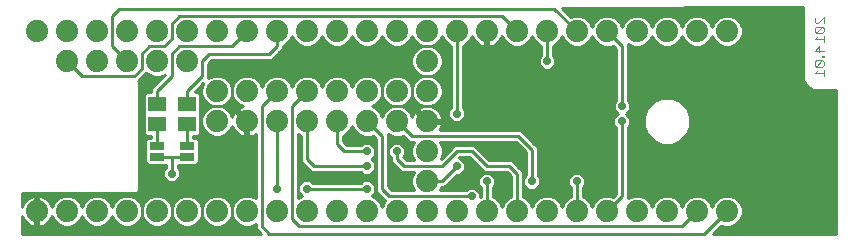
<source format=gbl>
G75*
%MOIN*%
%OFA0B0*%
%FSLAX24Y24*%
%IPPOS*%
%LPD*%
%AMOC8*
5,1,8,0,0,1.08239X$1,22.5*
%
%ADD10C,0.0040*%
%ADD11C,0.0740*%
%ADD12R,0.0591X0.0512*%
%ADD13R,0.0500X0.0250*%
%ADD14C,0.0100*%
%ADD15OC8,0.0270*%
%ADD16OC8,0.0250*%
%ADD17C,0.0200*%
D10*
X028093Y009147D02*
X028403Y009147D01*
X028403Y009044D02*
X028403Y009251D01*
X028351Y009366D02*
X028144Y009366D01*
X028351Y009573D01*
X028403Y009521D01*
X028403Y009418D01*
X028351Y009366D01*
X028196Y009251D02*
X028093Y009147D01*
X028144Y009366D02*
X028093Y009418D01*
X028093Y009521D01*
X028144Y009573D01*
X028351Y009573D01*
X028351Y009682D02*
X028403Y009682D01*
X028403Y009734D01*
X028351Y009734D01*
X028351Y009682D01*
X028248Y009850D02*
X028248Y010056D01*
X028093Y009901D01*
X028403Y009901D01*
X028403Y010172D02*
X028403Y010379D01*
X028403Y010275D02*
X028093Y010275D01*
X028196Y010379D01*
X028144Y010494D02*
X028351Y010701D01*
X028403Y010649D01*
X028403Y010546D01*
X028351Y010494D01*
X028144Y010494D01*
X028093Y010546D01*
X028093Y010649D01*
X028144Y010701D01*
X028351Y010701D01*
X028403Y010816D02*
X028403Y011023D01*
X028196Y010816D01*
X028144Y010816D01*
X028093Y010868D01*
X028093Y010972D01*
X028144Y011023D01*
D11*
X025173Y010543D03*
X024173Y010543D03*
X023173Y010543D03*
X022173Y010543D03*
X021173Y010543D03*
X020173Y010543D03*
X019173Y010543D03*
X018173Y010543D03*
X017173Y010543D03*
X016173Y010543D03*
X015173Y010543D03*
X014173Y010543D03*
X013173Y010543D03*
X012173Y010543D03*
X011173Y010543D03*
X010173Y010543D03*
X009173Y010543D03*
X008173Y010543D03*
X007173Y010543D03*
X006173Y010543D03*
X005173Y010543D03*
X004173Y010543D03*
X003173Y010543D03*
X002173Y010543D03*
X003173Y009543D03*
X004173Y009543D03*
X005173Y009543D03*
X006173Y009543D03*
X007173Y009543D03*
X008173Y008543D03*
X009173Y008543D03*
X010173Y008543D03*
X011173Y008543D03*
X012173Y008543D03*
X013173Y008543D03*
X014173Y008543D03*
X015173Y008543D03*
X015173Y009543D03*
X015173Y007543D03*
X014173Y007543D03*
X013173Y007543D03*
X012173Y007543D03*
X011173Y007543D03*
X010173Y007543D03*
X009173Y007543D03*
X008173Y007543D03*
X015173Y006543D03*
X015173Y005543D03*
X015173Y004543D03*
X016173Y004543D03*
X017173Y004543D03*
X018173Y004543D03*
X019173Y004543D03*
X020173Y004543D03*
X021173Y004543D03*
X022173Y004543D03*
X023173Y004543D03*
X024173Y004543D03*
X025173Y004543D03*
X014173Y004543D03*
X013173Y004543D03*
X012173Y004543D03*
X011173Y004543D03*
X010173Y004543D03*
X009173Y004543D03*
X008173Y004543D03*
X007173Y004543D03*
X006173Y004543D03*
X005173Y004543D03*
X004173Y004543D03*
X003173Y004543D03*
X002173Y004543D03*
D12*
X006173Y007459D03*
X007173Y007459D03*
X007173Y008128D03*
X006173Y008128D03*
D13*
X006173Y006720D03*
X006173Y006366D03*
X007173Y006366D03*
X007173Y006720D03*
D14*
X009640Y003793D02*
X001673Y003793D01*
X001673Y004399D01*
X001691Y004344D01*
X001728Y004271D01*
X001776Y004205D01*
X001834Y004147D01*
X001900Y004099D01*
X001973Y004061D01*
X002051Y004036D01*
X002123Y004025D01*
X002123Y004493D01*
X002223Y004493D01*
X002223Y004025D01*
X002295Y004036D01*
X002372Y004061D01*
X002445Y004099D01*
X002512Y004147D01*
X002569Y004205D01*
X002618Y004271D01*
X002655Y004344D01*
X002671Y004395D01*
X002732Y004249D01*
X002878Y004102D01*
X003069Y004023D01*
X003276Y004023D01*
X003467Y004102D01*
X003614Y004249D01*
X003673Y004392D01*
X003732Y004249D01*
X003878Y004102D01*
X004069Y004023D01*
X004276Y004023D01*
X004467Y004102D01*
X004614Y004249D01*
X004673Y004392D01*
X004732Y004249D01*
X004878Y004102D01*
X005069Y004023D01*
X005276Y004023D01*
X005467Y004102D01*
X005614Y004249D01*
X005673Y004392D01*
X005732Y004249D01*
X005878Y004102D01*
X006069Y004023D01*
X006276Y004023D01*
X006467Y004102D01*
X006614Y004249D01*
X006673Y004392D01*
X006732Y004249D01*
X006878Y004102D01*
X007069Y004023D01*
X007276Y004023D01*
X007467Y004102D01*
X007614Y004249D01*
X007673Y004392D01*
X007732Y004249D01*
X007878Y004102D01*
X008069Y004023D01*
X008276Y004023D01*
X008467Y004102D01*
X008614Y004249D01*
X008673Y004392D01*
X008732Y004249D01*
X008878Y004102D01*
X009069Y004023D01*
X009276Y004023D01*
X009467Y004102D01*
X009473Y004108D01*
X009473Y003960D01*
X009590Y003843D01*
X009640Y003793D01*
X009594Y003839D02*
X001673Y003839D01*
X001673Y003937D02*
X009496Y003937D01*
X009473Y004036D02*
X009306Y004036D01*
X009039Y004036D02*
X008306Y004036D01*
X008499Y004134D02*
X008846Y004134D01*
X008748Y004233D02*
X008598Y004233D01*
X008648Y004331D02*
X008698Y004331D01*
X008673Y004043D02*
X008673Y005043D01*
X008816Y004922D02*
X008529Y004922D01*
X008467Y004984D02*
X008276Y005063D01*
X008069Y005063D01*
X007878Y004984D01*
X007732Y004838D01*
X007673Y004695D01*
X007614Y004838D01*
X007467Y004984D01*
X007276Y005063D01*
X007069Y005063D01*
X006878Y004984D01*
X006732Y004838D01*
X006673Y004695D01*
X006614Y004838D01*
X006467Y004984D01*
X006276Y005063D01*
X006069Y005063D01*
X005878Y004984D01*
X005732Y004838D01*
X005673Y004695D01*
X005614Y004838D01*
X005467Y004984D01*
X005276Y005063D01*
X005069Y005063D01*
X004878Y004984D01*
X004732Y004838D01*
X004673Y004695D01*
X004614Y004838D01*
X004467Y004984D01*
X004276Y005063D01*
X004069Y005063D01*
X003878Y004984D01*
X003732Y004838D01*
X003673Y004695D01*
X003614Y004838D01*
X003467Y004984D01*
X003276Y005063D01*
X003069Y005063D01*
X002878Y004984D01*
X002732Y004838D01*
X002671Y004692D01*
X002655Y004743D01*
X002618Y004816D01*
X002569Y004882D01*
X002512Y004940D01*
X002445Y004988D01*
X002372Y005025D01*
X002295Y005051D01*
X002223Y005062D01*
X002223Y004593D01*
X002123Y004593D01*
X002123Y005062D01*
X002051Y005051D01*
X001973Y005025D01*
X001900Y004988D01*
X001834Y004940D01*
X001776Y004882D01*
X001728Y004816D01*
X001691Y004743D01*
X001673Y004687D01*
X001673Y005143D01*
X005485Y005143D01*
X005573Y005231D01*
X005573Y008855D01*
X005545Y008883D01*
X005623Y008960D01*
X005822Y009159D01*
X005878Y009102D01*
X006069Y009023D01*
X006276Y009023D01*
X006436Y009090D01*
X006223Y008876D01*
X005973Y008626D01*
X005973Y008534D01*
X005815Y008534D01*
X005728Y008446D01*
X005728Y007810D01*
X005744Y007793D01*
X005728Y007777D01*
X005728Y007141D01*
X005815Y007053D01*
X005973Y007053D01*
X005973Y006995D01*
X005861Y006995D01*
X005773Y006908D01*
X005773Y006179D01*
X005861Y006091D01*
X006473Y006091D01*
X006473Y005996D01*
X006388Y005911D01*
X006388Y005675D01*
X006555Y005508D01*
X006791Y005508D01*
X006958Y005675D01*
X006958Y005911D01*
X006873Y005996D01*
X006873Y006091D01*
X007485Y006091D01*
X007573Y006179D01*
X007573Y006908D01*
X007485Y006995D01*
X007373Y006995D01*
X007373Y007053D01*
X007530Y007053D01*
X007618Y007141D01*
X007618Y007777D01*
X007602Y007793D01*
X007618Y007810D01*
X007618Y008446D01*
X007530Y008534D01*
X007446Y008534D01*
X007719Y008807D01*
X007653Y008647D01*
X007653Y008440D01*
X007732Y008249D01*
X007878Y008102D01*
X008021Y008043D01*
X007878Y007984D01*
X007732Y007838D01*
X007653Y007647D01*
X007653Y007440D01*
X007732Y007249D01*
X007878Y007102D01*
X008069Y007023D01*
X008276Y007023D01*
X008467Y007102D01*
X008614Y007249D01*
X008674Y007395D01*
X008691Y007344D01*
X008728Y007271D01*
X008776Y007205D01*
X008834Y007147D01*
X008900Y007099D01*
X008973Y007061D01*
X009051Y007036D01*
X009123Y007025D01*
X009123Y007493D01*
X009223Y007493D01*
X009223Y007025D01*
X009295Y007036D01*
X009372Y007061D01*
X009445Y007099D01*
X009473Y007119D01*
X009473Y004979D01*
X009467Y004984D01*
X009276Y005063D01*
X009069Y005063D01*
X008878Y004984D01*
X008732Y004838D01*
X008673Y004695D01*
X008614Y004838D01*
X008467Y004984D01*
X008379Y005021D02*
X008967Y005021D01*
X008726Y004824D02*
X008619Y004824D01*
X008660Y004725D02*
X008685Y004725D01*
X009379Y005021D02*
X009473Y005021D01*
X009473Y005119D02*
X001673Y005119D01*
X001673Y005021D02*
X001965Y005021D01*
X002123Y005021D02*
X002223Y005021D01*
X002223Y004922D02*
X002123Y004922D01*
X002123Y004824D02*
X002223Y004824D01*
X002223Y004725D02*
X002123Y004725D01*
X002123Y004627D02*
X002223Y004627D01*
X002223Y004430D02*
X002123Y004430D01*
X002123Y004331D02*
X002223Y004331D01*
X002223Y004233D02*
X002123Y004233D01*
X002123Y004134D02*
X002223Y004134D01*
X002223Y004036D02*
X002123Y004036D01*
X002053Y004036D02*
X001673Y004036D01*
X001673Y004134D02*
X001851Y004134D01*
X001756Y004233D02*
X001673Y004233D01*
X001673Y004331D02*
X001697Y004331D01*
X002293Y004036D02*
X003039Y004036D01*
X002846Y004134D02*
X002495Y004134D01*
X002590Y004233D02*
X002748Y004233D01*
X002698Y004331D02*
X002648Y004331D01*
X003306Y004036D02*
X004039Y004036D01*
X003846Y004134D02*
X003499Y004134D01*
X003598Y004233D02*
X003748Y004233D01*
X003698Y004331D02*
X003648Y004331D01*
X004306Y004036D02*
X005039Y004036D01*
X004846Y004134D02*
X004499Y004134D01*
X004598Y004233D02*
X004748Y004233D01*
X004698Y004331D02*
X004648Y004331D01*
X005306Y004036D02*
X006039Y004036D01*
X005846Y004134D02*
X005499Y004134D01*
X005598Y004233D02*
X005748Y004233D01*
X005698Y004331D02*
X005648Y004331D01*
X005673Y004043D02*
X005673Y005043D01*
X005816Y004922D02*
X005529Y004922D01*
X005619Y004824D02*
X005726Y004824D01*
X005685Y004725D02*
X005660Y004725D01*
X005379Y005021D02*
X005967Y005021D01*
X006379Y005021D02*
X006967Y005021D01*
X006816Y004922D02*
X006529Y004922D01*
X006619Y004824D02*
X006726Y004824D01*
X006685Y004725D02*
X006660Y004725D01*
X006673Y005043D02*
X006673Y004043D01*
X006846Y004134D02*
X006499Y004134D01*
X006598Y004233D02*
X006748Y004233D01*
X006698Y004331D02*
X006648Y004331D01*
X006306Y004036D02*
X007039Y004036D01*
X007306Y004036D02*
X008039Y004036D01*
X007846Y004134D02*
X007499Y004134D01*
X007598Y004233D02*
X007748Y004233D01*
X007698Y004331D02*
X007648Y004331D01*
X007673Y004043D02*
X007673Y005293D01*
X007529Y004922D02*
X007816Y004922D01*
X007726Y004824D02*
X007619Y004824D01*
X007660Y004725D02*
X007685Y004725D01*
X007967Y005021D02*
X007379Y005021D01*
X006796Y005513D02*
X009473Y005513D01*
X009473Y005415D02*
X005573Y005415D01*
X005573Y005513D02*
X006550Y005513D01*
X006451Y005612D02*
X005573Y005612D01*
X005573Y005710D02*
X006388Y005710D01*
X006388Y005809D02*
X005573Y005809D01*
X005573Y005907D02*
X006388Y005907D01*
X006473Y006006D02*
X005573Y006006D01*
X005573Y006104D02*
X005848Y006104D01*
X005773Y006203D02*
X005573Y006203D01*
X005573Y006301D02*
X005773Y006301D01*
X005773Y006400D02*
X005573Y006400D01*
X005573Y006498D02*
X005773Y006498D01*
X005773Y006597D02*
X005573Y006597D01*
X005573Y006695D02*
X005773Y006695D01*
X005773Y006794D02*
X005573Y006794D01*
X005573Y006892D02*
X005773Y006892D01*
X005856Y006991D02*
X005573Y006991D01*
X005573Y007089D02*
X005779Y007089D01*
X005728Y007188D02*
X005573Y007188D01*
X005573Y007286D02*
X005728Y007286D01*
X005728Y007385D02*
X005573Y007385D01*
X005573Y007483D02*
X005728Y007483D01*
X005728Y007582D02*
X005573Y007582D01*
X005573Y007680D02*
X005728Y007680D01*
X005730Y007779D02*
X005573Y007779D01*
X005573Y007877D02*
X005728Y007877D01*
X005728Y007976D02*
X005573Y007976D01*
X005573Y008074D02*
X005728Y008074D01*
X005728Y008173D02*
X005573Y008173D01*
X005573Y008271D02*
X005728Y008271D01*
X005728Y008370D02*
X005573Y008370D01*
X005573Y008468D02*
X005750Y008468D01*
X005573Y008567D02*
X005973Y008567D01*
X006012Y008665D02*
X005573Y008665D01*
X005573Y008764D02*
X006111Y008764D01*
X006209Y008862D02*
X005566Y008862D01*
X005623Y008961D02*
X006308Y008961D01*
X006363Y009059D02*
X006406Y009059D01*
X006423Y008793D02*
X006673Y009043D01*
X006673Y009793D01*
X006923Y010043D01*
X008673Y010043D01*
X009173Y010543D01*
X010173Y010543D02*
X010173Y010043D01*
X009923Y009793D01*
X007923Y009793D01*
X007673Y009543D01*
X007673Y009043D01*
X007173Y008543D01*
X007173Y008128D01*
X007618Y008173D02*
X007808Y008173D01*
X007723Y008271D02*
X007618Y008271D01*
X007618Y008370D02*
X007682Y008370D01*
X007653Y008468D02*
X007596Y008468D01*
X007653Y008567D02*
X007479Y008567D01*
X007578Y008665D02*
X007661Y008665D01*
X007676Y008764D02*
X007701Y008764D01*
X007873Y008979D02*
X007873Y009460D01*
X008006Y009593D01*
X010006Y009593D01*
X010256Y009843D01*
X010373Y009960D01*
X010373Y010063D01*
X010467Y010102D01*
X010614Y010249D01*
X010673Y010392D01*
X010732Y010249D01*
X010878Y010102D01*
X011069Y010023D01*
X011276Y010023D01*
X011467Y010102D01*
X011614Y010249D01*
X011673Y010392D01*
X011732Y010249D01*
X011878Y010102D01*
X012069Y010023D01*
X012276Y010023D01*
X012467Y010102D01*
X012614Y010249D01*
X012673Y010392D01*
X012732Y010249D01*
X012878Y010102D01*
X013069Y010023D01*
X013276Y010023D01*
X013467Y010102D01*
X013614Y010249D01*
X013673Y010392D01*
X013732Y010249D01*
X013878Y010102D01*
X014069Y010023D01*
X014276Y010023D01*
X014467Y010102D01*
X014614Y010249D01*
X014673Y010392D01*
X014732Y010249D01*
X014878Y010102D01*
X015021Y010043D01*
X014878Y009984D01*
X014732Y009838D01*
X014653Y009647D01*
X014653Y009440D01*
X014732Y009249D01*
X014878Y009102D01*
X015021Y009043D01*
X014878Y008984D01*
X014732Y008838D01*
X014673Y008695D01*
X014614Y008838D01*
X014467Y008984D01*
X014276Y009063D01*
X014069Y009063D01*
X013878Y008984D01*
X013732Y008838D01*
X013673Y008695D01*
X013614Y008838D01*
X013467Y008984D01*
X013276Y009063D01*
X013069Y009063D01*
X012878Y008984D01*
X012732Y008838D01*
X012673Y008695D01*
X012614Y008838D01*
X012467Y008984D01*
X012276Y009063D01*
X012069Y009063D01*
X011878Y008984D01*
X011732Y008838D01*
X011673Y008695D01*
X011614Y008838D01*
X011467Y008984D01*
X011276Y009063D01*
X011069Y009063D01*
X010878Y008984D01*
X010732Y008838D01*
X010673Y008695D01*
X010614Y008838D01*
X010467Y008984D01*
X010276Y009063D01*
X010069Y009063D01*
X009878Y008984D01*
X009732Y008838D01*
X009673Y008695D01*
X009614Y008838D01*
X009467Y008984D01*
X009276Y009063D01*
X009069Y009063D01*
X008878Y008984D01*
X008732Y008838D01*
X008673Y008695D01*
X008614Y008838D01*
X008467Y008984D01*
X008276Y009063D01*
X008069Y009063D01*
X007878Y008984D01*
X007873Y008979D01*
X007873Y009059D02*
X008060Y009059D01*
X007873Y009158D02*
X014823Y009158D01*
X014729Y009256D02*
X007873Y009256D01*
X007873Y009355D02*
X014688Y009355D01*
X014673Y009293D02*
X014453Y009513D01*
X014653Y009552D02*
X007964Y009552D01*
X007873Y009453D02*
X014653Y009453D01*
X014654Y009650D02*
X010063Y009650D01*
X010161Y009749D02*
X014695Y009749D01*
X014741Y009847D02*
X010260Y009847D01*
X010358Y009946D02*
X014840Y009946D01*
X014673Y010043D02*
X015673Y010043D01*
X015508Y010143D02*
X015838Y010143D01*
X015878Y010102D02*
X015973Y010063D01*
X015973Y007996D01*
X015888Y007911D01*
X015888Y007675D01*
X016055Y007508D01*
X016291Y007508D01*
X016458Y007675D01*
X016458Y007911D01*
X016373Y007996D01*
X016373Y010063D01*
X016467Y010102D01*
X016614Y010249D01*
X016674Y010395D01*
X016691Y010344D01*
X016728Y010271D01*
X016776Y010205D01*
X016834Y010147D01*
X016900Y010099D01*
X016973Y010061D01*
X017051Y010036D01*
X017123Y010025D01*
X017123Y010493D01*
X017223Y010493D01*
X017223Y010025D01*
X017295Y010036D01*
X017372Y010061D01*
X017445Y010099D01*
X017512Y010147D01*
X017569Y010205D01*
X017618Y010271D01*
X017655Y010344D01*
X017671Y010395D01*
X017732Y010249D01*
X017878Y010102D01*
X018069Y010023D01*
X018276Y010023D01*
X018467Y010102D01*
X018614Y010249D01*
X018673Y010392D01*
X018732Y010249D01*
X018878Y010102D01*
X018973Y010063D01*
X018973Y009732D01*
X018898Y009657D01*
X018898Y009429D01*
X019059Y009268D01*
X019287Y009268D01*
X019448Y009429D01*
X019448Y009657D01*
X019373Y009732D01*
X019373Y010063D01*
X019467Y010102D01*
X019614Y010249D01*
X019673Y010392D01*
X019732Y010249D01*
X019878Y010102D01*
X020069Y010023D01*
X020276Y010023D01*
X020467Y010102D01*
X020614Y010249D01*
X020673Y010392D01*
X020732Y010249D01*
X020878Y010102D01*
X021069Y010023D01*
X021276Y010023D01*
X021371Y010062D01*
X021473Y009960D01*
X021473Y008232D01*
X021398Y008157D01*
X021398Y007929D01*
X021527Y007800D01*
X021388Y007661D01*
X021388Y007425D01*
X021473Y007340D01*
X021473Y005126D01*
X021371Y005024D01*
X021276Y005063D01*
X021069Y005063D01*
X020878Y004984D01*
X020732Y004838D01*
X020673Y004695D01*
X020614Y004838D01*
X020467Y004984D01*
X020373Y005023D01*
X020373Y005340D01*
X020458Y005425D01*
X020458Y005661D01*
X020291Y005828D01*
X020055Y005828D01*
X019888Y005661D01*
X019888Y005425D01*
X019973Y005340D01*
X019973Y005023D01*
X019878Y004984D01*
X019732Y004838D01*
X019673Y004695D01*
X019614Y004838D01*
X019467Y004984D01*
X019276Y005063D01*
X019069Y005063D01*
X018878Y004984D01*
X018732Y004838D01*
X018673Y004695D01*
X018614Y004838D01*
X018467Y004984D01*
X018373Y005023D01*
X018373Y005876D01*
X018256Y005993D01*
X018006Y006243D01*
X017256Y006243D01*
X016756Y006743D01*
X016090Y006743D01*
X015973Y006626D01*
X015627Y006280D01*
X015693Y006440D01*
X015693Y006647D01*
X015614Y006838D01*
X015608Y006843D01*
X018140Y006843D01*
X018473Y006510D01*
X018473Y005746D01*
X018388Y005661D01*
X018388Y005425D01*
X018555Y005258D01*
X018791Y005258D01*
X018958Y005425D01*
X018958Y005661D01*
X018873Y005746D01*
X018873Y006676D01*
X018756Y006793D01*
X018306Y007243D01*
X015598Y007243D01*
X015618Y007271D01*
X015655Y007344D01*
X015680Y007422D01*
X015691Y007493D01*
X015223Y007493D01*
X015223Y007593D01*
X015691Y007593D01*
X015680Y007665D01*
X015655Y007743D01*
X015618Y007816D01*
X015569Y007882D01*
X015512Y007940D01*
X015445Y007988D01*
X015372Y008025D01*
X015321Y008042D01*
X015467Y008102D01*
X015614Y008249D01*
X015693Y008440D01*
X015693Y008647D01*
X015614Y008838D01*
X015467Y008984D01*
X015325Y009043D01*
X015467Y009102D01*
X015614Y009249D01*
X015693Y009440D01*
X015693Y009647D01*
X015614Y009838D01*
X015467Y009984D01*
X015325Y010043D01*
X015467Y010102D01*
X015614Y010249D01*
X015673Y010392D01*
X015732Y010249D01*
X015878Y010102D01*
X015973Y010044D02*
X015327Y010044D01*
X015506Y009946D02*
X015973Y009946D01*
X015973Y009847D02*
X015604Y009847D01*
X015651Y009749D02*
X015973Y009749D01*
X015973Y009650D02*
X015691Y009650D01*
X015693Y009552D02*
X015973Y009552D01*
X015973Y009453D02*
X015693Y009453D01*
X015658Y009355D02*
X015973Y009355D01*
X015973Y009256D02*
X015617Y009256D01*
X015523Y009158D02*
X015973Y009158D01*
X015973Y009059D02*
X015363Y009059D01*
X015491Y008961D02*
X015973Y008961D01*
X015973Y008862D02*
X015589Y008862D01*
X015644Y008764D02*
X015973Y008764D01*
X015973Y008665D02*
X015685Y008665D01*
X015693Y008567D02*
X015973Y008567D01*
X015973Y008468D02*
X015693Y008468D01*
X015664Y008370D02*
X015973Y008370D01*
X015973Y008271D02*
X015623Y008271D01*
X015538Y008173D02*
X015973Y008173D01*
X015973Y008074D02*
X015399Y008074D01*
X015462Y007976D02*
X015952Y007976D01*
X015888Y007877D02*
X015573Y007877D01*
X015636Y007779D02*
X015888Y007779D01*
X015888Y007680D02*
X015675Y007680D01*
X015981Y007582D02*
X015223Y007582D01*
X015690Y007483D02*
X021388Y007483D01*
X021388Y007582D02*
X016364Y007582D01*
X016458Y007680D02*
X021407Y007680D01*
X021505Y007779D02*
X016458Y007779D01*
X016458Y007877D02*
X021450Y007877D01*
X021398Y007976D02*
X016393Y007976D01*
X016373Y008074D02*
X021398Y008074D01*
X021413Y008173D02*
X016373Y008173D01*
X016373Y008271D02*
X021473Y008271D01*
X021473Y008370D02*
X016373Y008370D01*
X016373Y008468D02*
X021473Y008468D01*
X021473Y008567D02*
X016373Y008567D01*
X016373Y008665D02*
X021473Y008665D01*
X021473Y008764D02*
X016373Y008764D01*
X016373Y008862D02*
X021473Y008862D01*
X021473Y008961D02*
X016373Y008961D01*
X016373Y009059D02*
X021473Y009059D01*
X021473Y009158D02*
X016373Y009158D01*
X016373Y009256D02*
X021473Y009256D01*
X021473Y009355D02*
X019373Y009355D01*
X019448Y009453D02*
X021473Y009453D01*
X021473Y009552D02*
X019448Y009552D01*
X019448Y009650D02*
X021473Y009650D01*
X021473Y009749D02*
X019373Y009749D01*
X019373Y009847D02*
X021473Y009847D01*
X021473Y009946D02*
X019373Y009946D01*
X019373Y010044D02*
X020019Y010044D01*
X019838Y010143D02*
X019508Y010143D01*
X019606Y010241D02*
X019739Y010241D01*
X019694Y010340D02*
X019651Y010340D01*
X019173Y010543D02*
X019173Y009543D01*
X018972Y009355D02*
X016373Y009355D01*
X016373Y009453D02*
X018898Y009453D01*
X018898Y009552D02*
X016373Y009552D01*
X016373Y009650D02*
X018898Y009650D01*
X018973Y009749D02*
X016373Y009749D01*
X016373Y009847D02*
X018973Y009847D01*
X018973Y009946D02*
X016373Y009946D01*
X016373Y010044D02*
X017026Y010044D01*
X017123Y010044D02*
X017223Y010044D01*
X017320Y010044D02*
X018019Y010044D01*
X017838Y010143D02*
X017506Y010143D01*
X017596Y010241D02*
X017739Y010241D01*
X017694Y010340D02*
X017653Y010340D01*
X017223Y010340D02*
X017123Y010340D01*
X017123Y010438D02*
X017223Y010438D01*
X017223Y010241D02*
X017123Y010241D01*
X017123Y010143D02*
X017223Y010143D01*
X016839Y010143D02*
X016508Y010143D01*
X016606Y010241D02*
X016749Y010241D01*
X016693Y010340D02*
X016651Y010340D01*
X016173Y010543D02*
X016173Y007793D01*
X015673Y008043D02*
X014673Y008043D01*
X013923Y008043D01*
X013673Y008293D01*
X013673Y009043D01*
X013589Y008862D02*
X013756Y008862D01*
X013701Y008764D02*
X013644Y008764D01*
X013491Y008961D02*
X013855Y008961D01*
X014060Y009059D02*
X013286Y009059D01*
X013060Y009059D02*
X012286Y009059D01*
X012060Y009059D02*
X011286Y009059D01*
X011060Y009059D02*
X010286Y009059D01*
X010060Y009059D02*
X009286Y009059D01*
X009060Y009059D02*
X008286Y009059D01*
X008491Y008961D02*
X008855Y008961D01*
X008756Y008862D02*
X008589Y008862D01*
X008673Y008793D02*
X008673Y008043D01*
X007673Y008043D01*
X007618Y008074D02*
X007946Y008074D01*
X007870Y007976D02*
X007618Y007976D01*
X007618Y007877D02*
X007771Y007877D01*
X007708Y007779D02*
X007616Y007779D01*
X007618Y007680D02*
X007667Y007680D01*
X007653Y007582D02*
X007618Y007582D01*
X007618Y007483D02*
X007653Y007483D01*
X007676Y007385D02*
X007618Y007385D01*
X007618Y007286D02*
X007716Y007286D01*
X007793Y007188D02*
X007618Y007188D01*
X007567Y007089D02*
X007910Y007089D01*
X007573Y006892D02*
X009473Y006892D01*
X009473Y006794D02*
X007573Y006794D01*
X007573Y006695D02*
X009473Y006695D01*
X009473Y006597D02*
X007573Y006597D01*
X007573Y006498D02*
X009473Y006498D01*
X009473Y006400D02*
X007573Y006400D01*
X007573Y006301D02*
X009473Y006301D01*
X009473Y006203D02*
X007573Y006203D01*
X007498Y006104D02*
X009473Y006104D01*
X009473Y006006D02*
X006873Y006006D01*
X006958Y005907D02*
X009473Y005907D01*
X009473Y005809D02*
X006958Y005809D01*
X006958Y005710D02*
X009473Y005710D01*
X009473Y005612D02*
X006894Y005612D01*
X006673Y005793D02*
X006673Y006366D01*
X006173Y006366D01*
X006173Y006720D02*
X006173Y007459D01*
X007173Y007459D02*
X007173Y006720D01*
X007173Y006366D02*
X006673Y006366D01*
X007490Y006991D02*
X009473Y006991D01*
X009473Y007089D02*
X009427Y007089D01*
X009223Y007089D02*
X009123Y007089D01*
X009123Y007188D02*
X009223Y007188D01*
X009223Y007286D02*
X009123Y007286D01*
X009123Y007385D02*
X009223Y007385D01*
X009223Y007483D02*
X009123Y007483D01*
X008720Y007286D02*
X008629Y007286D01*
X008670Y007385D02*
X008678Y007385D01*
X008793Y007188D02*
X008553Y007188D01*
X008436Y007089D02*
X008918Y007089D01*
X010173Y007543D02*
X010173Y005293D01*
X010873Y005316D02*
X010888Y005316D01*
X010888Y005411D02*
X010888Y005175D01*
X011020Y005043D01*
X010878Y004984D01*
X010873Y004979D01*
X010873Y007108D01*
X010878Y007102D01*
X010973Y007063D01*
X010973Y006210D01*
X011223Y005960D01*
X011340Y005843D01*
X012970Y005843D01*
X013055Y005758D01*
X013291Y005758D01*
X013458Y005925D01*
X013458Y006161D01*
X013326Y006293D01*
X013458Y006425D01*
X013458Y006661D01*
X013291Y006828D01*
X013055Y006828D01*
X012970Y006743D01*
X012506Y006743D01*
X012373Y006876D01*
X012373Y007063D01*
X012467Y007102D01*
X012614Y007249D01*
X012673Y007392D01*
X012732Y007249D01*
X012878Y007102D01*
X013069Y007023D01*
X013276Y007023D01*
X013371Y007062D01*
X013473Y006960D01*
X013473Y005210D01*
X013723Y004960D01*
X013789Y004895D01*
X013732Y004838D01*
X013673Y004695D01*
X013614Y004838D01*
X013467Y004984D01*
X013325Y005043D01*
X013458Y005175D01*
X013458Y005411D01*
X013291Y005578D01*
X013055Y005578D01*
X012970Y005493D01*
X011376Y005493D01*
X011291Y005578D01*
X011055Y005578D01*
X010888Y005411D01*
X010891Y005415D02*
X010873Y005415D01*
X010873Y005513D02*
X010990Y005513D01*
X010873Y005612D02*
X013473Y005612D01*
X013473Y005710D02*
X010873Y005710D01*
X010873Y005809D02*
X013004Y005809D01*
X013341Y005809D02*
X013473Y005809D01*
X013473Y005907D02*
X013440Y005907D01*
X013458Y006006D02*
X013473Y006006D01*
X013473Y006104D02*
X013458Y006104D01*
X013473Y006203D02*
X013416Y006203D01*
X013473Y006301D02*
X013334Y006301D01*
X013432Y006400D02*
X013473Y006400D01*
X013473Y006498D02*
X013458Y006498D01*
X013458Y006597D02*
X013473Y006597D01*
X013473Y006695D02*
X013424Y006695D01*
X013473Y006794D02*
X013325Y006794D01*
X013473Y006892D02*
X012373Y006892D01*
X012373Y006991D02*
X013442Y006991D01*
X013673Y007043D02*
X013673Y005293D01*
X013923Y005043D01*
X016673Y005043D01*
X016958Y005021D02*
X016967Y005021D01*
X016973Y005023D02*
X016958Y005017D01*
X016958Y005161D01*
X016791Y005328D01*
X016555Y005328D01*
X016470Y005243D01*
X015608Y005243D01*
X015614Y005249D01*
X015653Y005343D01*
X015756Y005343D01*
X016171Y005758D01*
X016291Y005758D01*
X016458Y005925D01*
X016458Y006161D01*
X016291Y006328D01*
X016241Y006328D01*
X016256Y006343D01*
X016590Y006343D01*
X016973Y005960D01*
X017090Y005843D01*
X017840Y005843D01*
X017973Y005710D01*
X017409Y005710D01*
X017458Y005661D02*
X017291Y005828D01*
X017055Y005828D01*
X016888Y005661D01*
X016888Y005425D01*
X016973Y005340D01*
X016973Y005023D01*
X016973Y005119D02*
X016958Y005119D01*
X016973Y005218D02*
X016901Y005218D01*
X016973Y005316D02*
X016803Y005316D01*
X016898Y005415D02*
X015827Y005415D01*
X015926Y005513D02*
X016888Y005513D01*
X016888Y005612D02*
X016024Y005612D01*
X016123Y005710D02*
X016937Y005710D01*
X017035Y005809D02*
X016341Y005809D01*
X016440Y005907D02*
X017026Y005907D01*
X016927Y006006D02*
X016458Y006006D01*
X016458Y006104D02*
X016829Y006104D01*
X016730Y006203D02*
X016416Y006203D01*
X016318Y006301D02*
X016632Y006301D01*
X017099Y006400D02*
X018473Y006400D01*
X018473Y006498D02*
X017001Y006498D01*
X016902Y006597D02*
X018386Y006597D01*
X018288Y006695D02*
X016804Y006695D01*
X016673Y006543D02*
X016173Y006543D01*
X015673Y006043D01*
X014423Y006043D01*
X014173Y006293D01*
X014173Y006543D01*
X013973Y006340D02*
X013973Y006210D01*
X014223Y005960D01*
X014340Y005843D01*
X014737Y005843D01*
X014732Y005838D01*
X014653Y005647D01*
X014653Y005440D01*
X014732Y005249D01*
X014737Y005243D01*
X014006Y005243D01*
X013873Y005376D01*
X013873Y007108D01*
X013878Y007102D01*
X014069Y007023D01*
X014276Y007023D01*
X014371Y007062D01*
X014473Y006960D01*
X014590Y006843D01*
X014737Y006843D01*
X014732Y006838D01*
X014653Y006647D01*
X014653Y006440D01*
X014732Y006249D01*
X014737Y006243D01*
X014506Y006243D01*
X014391Y006358D01*
X014458Y006425D01*
X014458Y006661D01*
X014291Y006828D01*
X014055Y006828D01*
X013888Y006661D01*
X013888Y006425D01*
X013973Y006340D01*
X013973Y006301D02*
X013873Y006301D01*
X013873Y006203D02*
X013980Y006203D01*
X014079Y006104D02*
X013873Y006104D01*
X013873Y006006D02*
X014177Y006006D01*
X014276Y005907D02*
X013873Y005907D01*
X013873Y005809D02*
X014720Y005809D01*
X014679Y005710D02*
X013873Y005710D01*
X013873Y005612D02*
X014653Y005612D01*
X014653Y005513D02*
X013873Y005513D01*
X013873Y005415D02*
X014663Y005415D01*
X014704Y005316D02*
X013933Y005316D01*
X013473Y005316D02*
X013458Y005316D01*
X013458Y005218D02*
X013473Y005218D01*
X013402Y005119D02*
X013564Y005119D01*
X013662Y005021D02*
X013379Y005021D01*
X013529Y004922D02*
X013761Y004922D01*
X013726Y004824D02*
X013619Y004824D01*
X013660Y004725D02*
X013685Y004725D01*
X013173Y005293D02*
X011173Y005293D01*
X010944Y005119D02*
X010873Y005119D01*
X010873Y005021D02*
X010967Y005021D01*
X010888Y005218D02*
X010873Y005218D01*
X011356Y005513D02*
X012990Y005513D01*
X013356Y005513D02*
X013473Y005513D01*
X013473Y005415D02*
X013454Y005415D01*
X013173Y006043D02*
X011423Y006043D01*
X011173Y006293D01*
X011173Y007543D01*
X012173Y007543D02*
X012173Y006793D01*
X012423Y006543D01*
X013173Y006543D01*
X013020Y006794D02*
X012455Y006794D01*
X012436Y007089D02*
X012910Y007089D01*
X012793Y007188D02*
X012553Y007188D01*
X012629Y007286D02*
X012716Y007286D01*
X012676Y007385D02*
X012670Y007385D01*
X013173Y007543D02*
X013673Y007043D01*
X013873Y007089D02*
X013910Y007089D01*
X013873Y006991D02*
X014442Y006991D01*
X014541Y006892D02*
X013873Y006892D01*
X013873Y006794D02*
X014020Y006794D01*
X013922Y006695D02*
X013873Y006695D01*
X013873Y006597D02*
X013888Y006597D01*
X013888Y006498D02*
X013873Y006498D01*
X013873Y006400D02*
X013913Y006400D01*
X014432Y006400D02*
X014669Y006400D01*
X014653Y006498D02*
X014458Y006498D01*
X014458Y006597D02*
X014653Y006597D01*
X014673Y006695D02*
X014424Y006695D01*
X014325Y006794D02*
X014714Y006794D01*
X014673Y007043D02*
X015423Y007043D01*
X016173Y007043D01*
X018223Y007043D01*
X018673Y006593D01*
X018673Y005543D01*
X018958Y005513D02*
X019888Y005513D01*
X019898Y005415D02*
X018947Y005415D01*
X018849Y005316D02*
X019973Y005316D01*
X019973Y005218D02*
X018373Y005218D01*
X018373Y005316D02*
X018497Y005316D01*
X018398Y005415D02*
X018373Y005415D01*
X018373Y005513D02*
X018388Y005513D01*
X018388Y005612D02*
X018373Y005612D01*
X018373Y005710D02*
X018437Y005710D01*
X018473Y005809D02*
X018373Y005809D01*
X018342Y005907D02*
X018473Y005907D01*
X018473Y006006D02*
X018243Y006006D01*
X018145Y006104D02*
X018473Y006104D01*
X018473Y006203D02*
X018046Y006203D01*
X017923Y006043D02*
X018173Y005793D01*
X018173Y004543D01*
X017685Y004725D02*
X017660Y004725D01*
X017673Y004695D02*
X017614Y004838D01*
X017467Y004984D01*
X017373Y005023D01*
X017373Y005340D01*
X017458Y005425D01*
X017458Y005661D01*
X017458Y005612D02*
X017973Y005612D01*
X017973Y005710D02*
X017973Y005023D01*
X017878Y004984D01*
X017732Y004838D01*
X017673Y004695D01*
X017619Y004824D02*
X017726Y004824D01*
X017816Y004922D02*
X017529Y004922D01*
X017379Y005021D02*
X017967Y005021D01*
X017973Y005119D02*
X017373Y005119D01*
X017373Y005218D02*
X017973Y005218D01*
X017973Y005316D02*
X017373Y005316D01*
X017447Y005415D02*
X017973Y005415D01*
X017973Y005513D02*
X017458Y005513D01*
X017173Y005543D02*
X017173Y004543D01*
X018379Y005021D02*
X018967Y005021D01*
X018816Y004922D02*
X018529Y004922D01*
X018619Y004824D02*
X018726Y004824D01*
X018685Y004725D02*
X018660Y004725D01*
X019379Y005021D02*
X019967Y005021D01*
X019973Y005119D02*
X018373Y005119D01*
X019529Y004922D02*
X019816Y004922D01*
X019726Y004824D02*
X019619Y004824D01*
X019660Y004725D02*
X019685Y004725D01*
X020173Y004543D02*
X020173Y005543D01*
X020458Y005513D02*
X021473Y005513D01*
X021473Y005415D02*
X020447Y005415D01*
X020373Y005316D02*
X021473Y005316D01*
X021473Y005218D02*
X020373Y005218D01*
X020373Y005119D02*
X021466Y005119D01*
X021673Y005043D02*
X021173Y004543D01*
X020685Y004725D02*
X020660Y004725D01*
X020619Y004824D02*
X020726Y004824D01*
X020816Y004922D02*
X020529Y004922D01*
X020379Y005021D02*
X020967Y005021D01*
X021673Y005043D02*
X021673Y007543D01*
X021873Y007340D02*
X021958Y007425D01*
X021958Y007661D01*
X021819Y007800D01*
X021948Y007929D01*
X021948Y008157D01*
X021873Y008232D01*
X021873Y010108D01*
X021878Y010102D01*
X022069Y010023D01*
X022276Y010023D01*
X022467Y010102D01*
X022614Y010249D01*
X022673Y010392D01*
X022732Y010249D01*
X022878Y010102D01*
X023069Y010023D01*
X023276Y010023D01*
X023467Y010102D01*
X023614Y010249D01*
X023673Y010392D01*
X023732Y010249D01*
X023878Y010102D01*
X024069Y010023D01*
X024276Y010023D01*
X024467Y010102D01*
X024614Y010249D01*
X024673Y010392D01*
X024732Y010249D01*
X024878Y010102D01*
X025069Y010023D01*
X025276Y010023D01*
X025467Y010102D01*
X025614Y010249D01*
X025693Y010440D01*
X025693Y010647D01*
X025614Y010838D01*
X025467Y010984D01*
X025276Y011063D01*
X025069Y011063D01*
X024878Y010984D01*
X024732Y010838D01*
X024673Y010695D01*
X024614Y010838D01*
X024467Y010984D01*
X024276Y011063D01*
X024069Y011063D01*
X023878Y010984D01*
X023732Y010838D01*
X023673Y010695D01*
X023614Y010838D01*
X023467Y010984D01*
X023276Y011063D01*
X023069Y011063D01*
X022878Y010984D01*
X022732Y010838D01*
X022673Y010695D01*
X022614Y010838D01*
X022467Y010984D01*
X022276Y011063D01*
X022069Y011063D01*
X021878Y010984D01*
X021732Y010838D01*
X021673Y010695D01*
X021614Y010838D01*
X021467Y010984D01*
X021276Y011063D01*
X021069Y011063D01*
X020878Y010984D01*
X020732Y010838D01*
X020673Y010695D01*
X020614Y010838D01*
X020467Y010984D01*
X020276Y011063D01*
X020069Y011063D01*
X019975Y011024D01*
X019673Y011326D01*
X027723Y011341D01*
X027723Y008923D01*
X027843Y008714D01*
X027843Y008714D01*
X027843Y008714D01*
X028052Y008593D01*
X028823Y008593D01*
X028823Y003793D01*
X024706Y003793D01*
X024975Y004062D01*
X025069Y004023D01*
X025276Y004023D01*
X025467Y004102D01*
X025614Y004249D01*
X025693Y004440D01*
X025693Y004647D01*
X025614Y004838D01*
X025467Y004984D01*
X025276Y005063D01*
X025069Y005063D01*
X024878Y004984D01*
X024732Y004838D01*
X024673Y004695D01*
X024614Y004838D01*
X024467Y004984D01*
X024276Y005063D01*
X024069Y005063D01*
X023878Y004984D01*
X023732Y004838D01*
X023673Y004695D01*
X023614Y004838D01*
X023467Y004984D01*
X023276Y005063D01*
X023069Y005063D01*
X022878Y004984D01*
X022732Y004838D01*
X022673Y004695D01*
X022614Y004838D01*
X022467Y004984D01*
X022276Y005063D01*
X022069Y005063D01*
X021878Y004984D01*
X021873Y004979D01*
X021873Y007340D01*
X021873Y007286D02*
X022435Y007286D01*
X022476Y007188D02*
X021873Y007188D01*
X021873Y007089D02*
X022524Y007089D01*
X022512Y007102D02*
X022731Y006882D01*
X023018Y006763D01*
X023328Y006763D01*
X023615Y006882D01*
X023834Y007102D01*
X023953Y007388D01*
X023953Y007698D01*
X023834Y007985D01*
X023615Y008204D01*
X023328Y008323D01*
X023018Y008323D01*
X022731Y008204D01*
X022512Y007985D01*
X022393Y007698D01*
X022393Y007388D01*
X022512Y007102D01*
X022622Y006991D02*
X021873Y006991D01*
X021873Y006892D02*
X022721Y006892D01*
X022944Y006794D02*
X021873Y006794D01*
X021873Y006695D02*
X028823Y006695D01*
X028823Y006597D02*
X021873Y006597D01*
X021873Y006498D02*
X028823Y006498D01*
X028823Y006400D02*
X021873Y006400D01*
X021873Y006301D02*
X028823Y006301D01*
X028823Y006203D02*
X021873Y006203D01*
X021873Y006104D02*
X028823Y006104D01*
X028823Y006006D02*
X021873Y006006D01*
X021873Y005907D02*
X028823Y005907D01*
X028823Y005809D02*
X021873Y005809D01*
X021873Y005710D02*
X028823Y005710D01*
X028823Y005612D02*
X021873Y005612D01*
X021873Y005513D02*
X028823Y005513D01*
X028823Y005415D02*
X021873Y005415D01*
X021873Y005316D02*
X028823Y005316D01*
X028823Y005218D02*
X021873Y005218D01*
X021873Y005119D02*
X028823Y005119D01*
X028823Y005021D02*
X025379Y005021D01*
X025529Y004922D02*
X028823Y004922D01*
X028823Y004824D02*
X025619Y004824D01*
X025660Y004725D02*
X028823Y004725D01*
X028823Y004627D02*
X025693Y004627D01*
X025693Y004528D02*
X028823Y004528D01*
X028823Y004430D02*
X025689Y004430D01*
X025648Y004331D02*
X028823Y004331D01*
X028823Y004233D02*
X025598Y004233D01*
X025499Y004134D02*
X028823Y004134D01*
X028823Y004036D02*
X025306Y004036D01*
X025039Y004036D02*
X024948Y004036D01*
X024850Y003937D02*
X028823Y003937D01*
X028823Y003839D02*
X024751Y003839D01*
X024423Y003793D02*
X009923Y003793D01*
X009673Y004043D01*
X009673Y008043D01*
X010173Y008543D01*
X010644Y008764D02*
X010701Y008764D01*
X010756Y008862D02*
X010589Y008862D01*
X010491Y008961D02*
X010855Y008961D01*
X011491Y008961D02*
X011855Y008961D01*
X011756Y008862D02*
X011589Y008862D01*
X011644Y008764D02*
X011701Y008764D01*
X011173Y008543D02*
X010673Y008043D01*
X010673Y004293D01*
X010923Y004043D01*
X023673Y004043D01*
X024173Y004543D01*
X024660Y004725D02*
X024685Y004725D01*
X024726Y004824D02*
X024619Y004824D01*
X024529Y004922D02*
X024816Y004922D01*
X024967Y005021D02*
X024379Y005021D01*
X023967Y005021D02*
X023379Y005021D01*
X023529Y004922D02*
X023816Y004922D01*
X023726Y004824D02*
X023619Y004824D01*
X023660Y004725D02*
X023685Y004725D01*
X022967Y005021D02*
X022379Y005021D01*
X022529Y004922D02*
X022816Y004922D01*
X022726Y004824D02*
X022619Y004824D01*
X022660Y004725D02*
X022685Y004725D01*
X021967Y005021D02*
X021873Y005021D01*
X021473Y005612D02*
X020458Y005612D01*
X020409Y005710D02*
X021473Y005710D01*
X021473Y005809D02*
X020310Y005809D01*
X020035Y005809D02*
X018873Y005809D01*
X018873Y005907D02*
X021473Y005907D01*
X021473Y006006D02*
X018873Y006006D01*
X018873Y006104D02*
X021473Y006104D01*
X021473Y006203D02*
X018873Y006203D01*
X018873Y006301D02*
X021473Y006301D01*
X021473Y006400D02*
X018873Y006400D01*
X018873Y006498D02*
X021473Y006498D01*
X021473Y006597D02*
X018873Y006597D01*
X018854Y006695D02*
X021473Y006695D01*
X021473Y006794D02*
X018755Y006794D01*
X018657Y006892D02*
X021473Y006892D01*
X021473Y006991D02*
X018558Y006991D01*
X018460Y007089D02*
X021473Y007089D01*
X021473Y007188D02*
X018361Y007188D01*
X018189Y006794D02*
X015632Y006794D01*
X015673Y006695D02*
X016042Y006695D01*
X015944Y006597D02*
X015693Y006597D01*
X015693Y006498D02*
X015845Y006498D01*
X015746Y006400D02*
X015676Y006400D01*
X015648Y006301D02*
X015635Y006301D01*
X016173Y006043D02*
X015673Y005543D01*
X015173Y005543D01*
X015642Y005316D02*
X016543Y005316D01*
X017310Y005809D02*
X017874Y005809D01*
X017923Y006043D02*
X017173Y006043D01*
X016673Y006543D01*
X017198Y006301D02*
X018473Y006301D01*
X018909Y005710D02*
X019937Y005710D01*
X019888Y005612D02*
X018958Y005612D01*
X021473Y007286D02*
X015625Y007286D01*
X015668Y007385D02*
X021428Y007385D01*
X021917Y007385D02*
X022394Y007385D01*
X022393Y007483D02*
X021958Y007483D01*
X021958Y007582D02*
X022393Y007582D01*
X022393Y007680D02*
X021939Y007680D01*
X021840Y007779D02*
X022426Y007779D01*
X022467Y007877D02*
X021896Y007877D01*
X021948Y007976D02*
X022508Y007976D01*
X022601Y008074D02*
X021948Y008074D01*
X021932Y008173D02*
X022699Y008173D01*
X022892Y008271D02*
X021873Y008271D01*
X021873Y008370D02*
X028823Y008370D01*
X028823Y008468D02*
X021873Y008468D01*
X021873Y008567D02*
X028823Y008567D01*
X027928Y008665D02*
X021873Y008665D01*
X021873Y008764D02*
X027815Y008764D01*
X027758Y008862D02*
X021873Y008862D01*
X021873Y008961D02*
X027723Y008961D01*
X027723Y009059D02*
X021873Y009059D01*
X021873Y009158D02*
X027723Y009158D01*
X027723Y009256D02*
X021873Y009256D01*
X021873Y009355D02*
X027723Y009355D01*
X027723Y009453D02*
X021873Y009453D01*
X021873Y009552D02*
X027723Y009552D01*
X027723Y009650D02*
X021873Y009650D01*
X021873Y009749D02*
X027723Y009749D01*
X027723Y009847D02*
X021873Y009847D01*
X021873Y009946D02*
X027723Y009946D01*
X027723Y010044D02*
X025327Y010044D01*
X025508Y010143D02*
X027723Y010143D01*
X027723Y010241D02*
X025606Y010241D01*
X025651Y010340D02*
X027723Y010340D01*
X027723Y010438D02*
X025692Y010438D01*
X025693Y010537D02*
X027723Y010537D01*
X027723Y010635D02*
X025693Y010635D01*
X025657Y010734D02*
X027723Y010734D01*
X027723Y010832D02*
X025616Y010832D01*
X025521Y010931D02*
X027723Y010931D01*
X027723Y011029D02*
X025358Y011029D01*
X024987Y011029D02*
X024358Y011029D01*
X024521Y010931D02*
X024825Y010931D01*
X024730Y010832D02*
X024616Y010832D01*
X024657Y010734D02*
X024689Y010734D01*
X023825Y010931D02*
X023521Y010931D01*
X023616Y010832D02*
X023730Y010832D01*
X023689Y010734D02*
X023657Y010734D01*
X022825Y010931D02*
X022521Y010931D01*
X022616Y010832D02*
X022730Y010832D01*
X022689Y010734D02*
X022657Y010734D01*
X021825Y010931D02*
X021521Y010931D01*
X021616Y010832D02*
X021730Y010832D01*
X021689Y010734D02*
X021657Y010734D01*
X021173Y010543D02*
X021673Y010043D01*
X021673Y008043D01*
X023453Y008271D02*
X028823Y008271D01*
X028823Y008173D02*
X023646Y008173D01*
X023745Y008074D02*
X028823Y008074D01*
X028823Y007976D02*
X023838Y007976D01*
X023879Y007877D02*
X028823Y007877D01*
X028823Y007779D02*
X023919Y007779D01*
X023953Y007680D02*
X028823Y007680D01*
X028823Y007582D02*
X023953Y007582D01*
X023953Y007483D02*
X028823Y007483D01*
X028823Y007385D02*
X023951Y007385D01*
X023911Y007286D02*
X028823Y007286D01*
X028823Y007188D02*
X023870Y007188D01*
X023822Y007089D02*
X028823Y007089D01*
X028823Y006991D02*
X023723Y006991D01*
X023625Y006892D02*
X028823Y006892D01*
X028823Y006794D02*
X023401Y006794D01*
X025173Y004543D02*
X024423Y003793D01*
X014710Y006301D02*
X014448Y006301D01*
X014673Y007043D02*
X014173Y007543D01*
X014674Y007692D02*
X014614Y007838D01*
X014467Y007984D01*
X014325Y008043D01*
X014467Y008102D01*
X014614Y008249D01*
X014673Y008392D01*
X014732Y008249D01*
X014878Y008102D01*
X015025Y008042D01*
X014973Y008025D01*
X014900Y007988D01*
X014834Y007940D01*
X014776Y007882D01*
X014728Y007816D01*
X014691Y007743D01*
X014674Y007692D01*
X014709Y007779D02*
X014638Y007779D01*
X014574Y007877D02*
X014773Y007877D01*
X014883Y007976D02*
X014476Y007976D01*
X014399Y008074D02*
X014946Y008074D01*
X014808Y008173D02*
X014538Y008173D01*
X014623Y008271D02*
X014723Y008271D01*
X014682Y008370D02*
X014664Y008370D01*
X014673Y008043D02*
X014673Y009043D01*
X015673Y009043D01*
X014982Y009059D02*
X014286Y009059D01*
X014491Y008961D02*
X014855Y008961D01*
X014756Y008862D02*
X014589Y008862D01*
X014644Y008764D02*
X014701Y008764D01*
X014673Y009043D02*
X014673Y009293D01*
X012855Y008961D02*
X012491Y008961D01*
X012589Y008862D02*
X012756Y008862D01*
X012701Y008764D02*
X012644Y008764D01*
X013664Y008370D02*
X013682Y008370D01*
X013673Y008392D02*
X013732Y008249D01*
X013878Y008102D01*
X014021Y008043D01*
X013878Y007984D01*
X013732Y007838D01*
X013673Y007695D01*
X013614Y007838D01*
X013467Y007984D01*
X013325Y008043D01*
X013467Y008102D01*
X013614Y008249D01*
X013673Y008392D01*
X013623Y008271D02*
X013723Y008271D01*
X013808Y008173D02*
X013538Y008173D01*
X013399Y008074D02*
X013946Y008074D01*
X013870Y007976D02*
X013476Y007976D01*
X013574Y007877D02*
X013771Y007877D01*
X013708Y007779D02*
X013638Y007779D01*
X010973Y006991D02*
X010873Y006991D01*
X010873Y007089D02*
X010910Y007089D01*
X010873Y006892D02*
X010973Y006892D01*
X010973Y006794D02*
X010873Y006794D01*
X010873Y006695D02*
X010973Y006695D01*
X010973Y006597D02*
X010873Y006597D01*
X010873Y006498D02*
X010973Y006498D01*
X010973Y006400D02*
X010873Y006400D01*
X010873Y006301D02*
X010973Y006301D01*
X010980Y006203D02*
X010873Y006203D01*
X010873Y006104D02*
X011079Y006104D01*
X011177Y006006D02*
X010873Y006006D01*
X010873Y005907D02*
X011276Y005907D01*
X011223Y005960D02*
X011223Y005960D01*
X009473Y005316D02*
X005573Y005316D01*
X005559Y005218D02*
X009473Y005218D01*
X004967Y005021D02*
X004379Y005021D01*
X004529Y004922D02*
X004816Y004922D01*
X004726Y004824D02*
X004619Y004824D01*
X004660Y004725D02*
X004685Y004725D01*
X003967Y005021D02*
X003379Y005021D01*
X003529Y004922D02*
X003816Y004922D01*
X003726Y004824D02*
X003619Y004824D01*
X003660Y004725D02*
X003685Y004725D01*
X002967Y005021D02*
X002381Y005021D01*
X002529Y004922D02*
X002816Y004922D01*
X002726Y004824D02*
X002612Y004824D01*
X002660Y004725D02*
X002685Y004725D01*
X001816Y004922D02*
X001673Y004922D01*
X001673Y004824D02*
X001734Y004824D01*
X001685Y004725D02*
X001673Y004725D01*
X008674Y007692D02*
X008614Y007838D01*
X008467Y007984D01*
X008325Y008043D01*
X008467Y008102D01*
X008614Y008249D01*
X008673Y008392D01*
X008732Y008249D01*
X008878Y008102D01*
X009025Y008042D01*
X008973Y008025D01*
X008900Y007988D01*
X008834Y007940D01*
X008776Y007882D01*
X008728Y007816D01*
X008691Y007743D01*
X008674Y007692D01*
X008709Y007779D02*
X008638Y007779D01*
X008574Y007877D02*
X008773Y007877D01*
X008883Y007976D02*
X008476Y007976D01*
X008399Y008074D02*
X008946Y008074D01*
X008808Y008173D02*
X008538Y008173D01*
X008623Y008271D02*
X008723Y008271D01*
X008682Y008370D02*
X008664Y008370D01*
X008644Y008764D02*
X008701Y008764D01*
X009491Y008961D02*
X009855Y008961D01*
X009756Y008862D02*
X009589Y008862D01*
X009644Y008764D02*
X009701Y008764D01*
X010373Y010044D02*
X011019Y010044D01*
X010838Y010143D02*
X010508Y010143D01*
X010606Y010241D02*
X010739Y010241D01*
X010694Y010340D02*
X010651Y010340D01*
X011327Y010044D02*
X012019Y010044D01*
X011838Y010143D02*
X011508Y010143D01*
X011606Y010241D02*
X011739Y010241D01*
X011694Y010340D02*
X011651Y010340D01*
X012327Y010044D02*
X013019Y010044D01*
X012838Y010143D02*
X012508Y010143D01*
X012606Y010241D02*
X012739Y010241D01*
X012694Y010340D02*
X012651Y010340D01*
X013327Y010044D02*
X014019Y010044D01*
X013838Y010143D02*
X013508Y010143D01*
X013606Y010241D02*
X013739Y010241D01*
X013694Y010340D02*
X013651Y010340D01*
X014327Y010044D02*
X015019Y010044D01*
X014838Y010143D02*
X014508Y010143D01*
X014606Y010241D02*
X014739Y010241D01*
X014694Y010340D02*
X014651Y010340D01*
X015606Y010241D02*
X015739Y010241D01*
X015694Y010340D02*
X015651Y010340D01*
X017673Y011043D02*
X006923Y011043D01*
X006673Y010793D01*
X006673Y010293D01*
X006423Y010043D01*
X005923Y010043D01*
X005673Y009793D01*
X005673Y009293D01*
X005423Y009043D01*
X003673Y009043D01*
X003173Y009543D01*
X004673Y010043D02*
X005173Y009543D01*
X005722Y009059D02*
X005982Y009059D01*
X005823Y009158D02*
X005820Y009158D01*
X006423Y008793D02*
X006173Y008543D01*
X006173Y008128D01*
X004673Y010043D02*
X004673Y011043D01*
X004923Y011293D01*
X005923Y011293D01*
X019423Y011293D01*
X020173Y010543D01*
X020651Y010340D02*
X020694Y010340D01*
X020739Y010241D02*
X020606Y010241D01*
X020508Y010143D02*
X020838Y010143D01*
X021019Y010044D02*
X020327Y010044D01*
X021327Y010044D02*
X021389Y010044D01*
X021873Y010044D02*
X022019Y010044D01*
X022327Y010044D02*
X023019Y010044D01*
X022838Y010143D02*
X022508Y010143D01*
X022606Y010241D02*
X022739Y010241D01*
X022694Y010340D02*
X022651Y010340D01*
X023327Y010044D02*
X024019Y010044D01*
X023838Y010143D02*
X023508Y010143D01*
X023606Y010241D02*
X023739Y010241D01*
X023694Y010340D02*
X023651Y010340D01*
X024327Y010044D02*
X025019Y010044D01*
X024838Y010143D02*
X024508Y010143D01*
X024606Y010241D02*
X024739Y010241D01*
X024694Y010340D02*
X024651Y010340D01*
X023987Y011029D02*
X023358Y011029D01*
X022987Y011029D02*
X022358Y011029D01*
X021987Y011029D02*
X021358Y011029D01*
X020987Y011029D02*
X020358Y011029D01*
X020521Y010931D02*
X020825Y010931D01*
X020730Y010832D02*
X020616Y010832D01*
X020657Y010734D02*
X020689Y010734D01*
X019987Y011029D02*
X019970Y011029D01*
X019871Y011128D02*
X027723Y011128D01*
X027723Y011226D02*
X019773Y011226D01*
X019674Y011325D02*
X027723Y011325D01*
X018973Y010044D02*
X018327Y010044D01*
X018508Y010143D02*
X018838Y010143D01*
X018739Y010241D02*
X018606Y010241D01*
X018651Y010340D02*
X018694Y010340D01*
X018173Y010543D02*
X017673Y011043D01*
D15*
X014453Y009513D03*
X017413Y009173D03*
X016173Y007793D03*
X014443Y006813D03*
X014173Y006543D03*
X013173Y006543D03*
X012953Y006853D03*
X013173Y006043D03*
X012973Y005693D03*
X012173Y005693D03*
X011073Y005743D03*
X011173Y005293D03*
X010173Y005293D03*
X009143Y006053D03*
X007673Y005293D03*
X006673Y005793D03*
X007673Y004043D03*
X013173Y005293D03*
X014163Y005543D03*
X016173Y006043D03*
X017173Y005543D03*
X017673Y005543D03*
X018673Y005543D03*
X020173Y005543D03*
X020673Y005343D03*
X022373Y005443D03*
X025443Y005643D03*
X024493Y006793D03*
X022273Y006843D03*
X021673Y007543D03*
X019673Y007543D03*
X018173Y006543D03*
X016673Y005043D03*
X025453Y008713D03*
X024173Y009293D03*
X022273Y009443D03*
X020953Y009193D03*
X011423Y009543D03*
X008173Y009293D03*
X005773Y008723D03*
D16*
X019173Y009543D03*
X021673Y008043D03*
D17*
X015173Y007543D02*
X014673Y008043D01*
X009173Y007543D02*
X008673Y008043D01*
M02*

</source>
